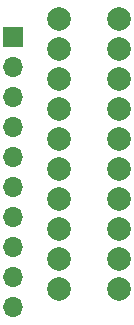
<source format=gtl>
G04 #@! TF.GenerationSoftware,KiCad,Pcbnew,7.0.7*
G04 #@! TF.CreationDate,2023-11-28T10:37:46+01:00*
G04 #@! TF.ProjectId,wago kf141v adapter,7761676f-206b-4663-9134-317620616461,rev?*
G04 #@! TF.SameCoordinates,Original*
G04 #@! TF.FileFunction,Copper,L1,Top*
G04 #@! TF.FilePolarity,Positive*
%FSLAX46Y46*%
G04 Gerber Fmt 4.6, Leading zero omitted, Abs format (unit mm)*
G04 Created by KiCad (PCBNEW 7.0.7) date 2023-11-28 10:37:46*
%MOMM*%
%LPD*%
G01*
G04 APERTURE LIST*
G04 #@! TA.AperFunction,ComponentPad*
%ADD10R,1.700000X1.700000*%
G04 #@! TD*
G04 #@! TA.AperFunction,ComponentPad*
%ADD11O,1.700000X1.700000*%
G04 #@! TD*
G04 #@! TA.AperFunction,ComponentPad*
%ADD12C,2.000000*%
G04 #@! TD*
G04 APERTURE END LIST*
D10*
X138430000Y-75570000D03*
D11*
X138430000Y-78110000D03*
X138430000Y-80650000D03*
X138430000Y-83190000D03*
X138430000Y-85730000D03*
X138430000Y-88270000D03*
X138430000Y-90810000D03*
X138430000Y-93350000D03*
X138430000Y-95890000D03*
X138430000Y-98430000D03*
D12*
X147360000Y-74025000D03*
X142280000Y-74025000D03*
X147360000Y-76565000D03*
X142280000Y-76565000D03*
X147360000Y-79105000D03*
X142280000Y-79105000D03*
X147360000Y-81645000D03*
X142280000Y-81645000D03*
X147360000Y-84185000D03*
X142280000Y-84185000D03*
X147360000Y-86725000D03*
X142280000Y-86725000D03*
X147360000Y-89265000D03*
X142280000Y-89265000D03*
X147360000Y-91805000D03*
X142280000Y-91805000D03*
X147360000Y-94345000D03*
X142280000Y-94345000D03*
X147360000Y-96885000D03*
X142280000Y-96885000D03*
M02*

</source>
